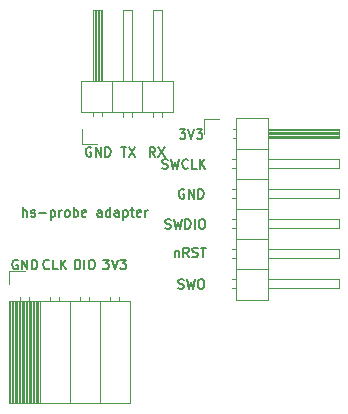
<source format=gbr>
%TF.GenerationSoftware,KiCad,Pcbnew,6.0.0*%
%TF.CreationDate,2022-01-23T14:48:09+02:00*%
%TF.ProjectId,hs-probe-adapter,68732d70-726f-4626-952d-616461707465,rev?*%
%TF.SameCoordinates,Original*%
%TF.FileFunction,Legend,Top*%
%TF.FilePolarity,Positive*%
%FSLAX46Y46*%
G04 Gerber Fmt 4.6, Leading zero omitted, Abs format (unit mm)*
G04 Created by KiCad (PCBNEW 6.0.0) date 2022-01-23 14:48:09*
%MOMM*%
%LPD*%
G01*
G04 APERTURE LIST*
%ADD10C,0.150000*%
%ADD11C,0.120000*%
G04 APERTURE END LIST*
D10*
X38703904Y-49637904D02*
X38703904Y-48837904D01*
X39046761Y-49637904D02*
X39046761Y-49218857D01*
X39008666Y-49142666D01*
X38932476Y-49104571D01*
X38818190Y-49104571D01*
X38741999Y-49142666D01*
X38703904Y-49180761D01*
X39389619Y-49599809D02*
X39465809Y-49637904D01*
X39618190Y-49637904D01*
X39694380Y-49599809D01*
X39732476Y-49523619D01*
X39732476Y-49485523D01*
X39694380Y-49409333D01*
X39618190Y-49371238D01*
X39503904Y-49371238D01*
X39427714Y-49333142D01*
X39389619Y-49256952D01*
X39389619Y-49218857D01*
X39427714Y-49142666D01*
X39503904Y-49104571D01*
X39618190Y-49104571D01*
X39694380Y-49142666D01*
X40075333Y-49333142D02*
X40684857Y-49333142D01*
X41065809Y-49104571D02*
X41065809Y-49904571D01*
X41065809Y-49142666D02*
X41141999Y-49104571D01*
X41294380Y-49104571D01*
X41370571Y-49142666D01*
X41408666Y-49180761D01*
X41446761Y-49256952D01*
X41446761Y-49485523D01*
X41408666Y-49561714D01*
X41370571Y-49599809D01*
X41294380Y-49637904D01*
X41141999Y-49637904D01*
X41065809Y-49599809D01*
X41789619Y-49637904D02*
X41789619Y-49104571D01*
X41789619Y-49256952D02*
X41827714Y-49180761D01*
X41865809Y-49142666D01*
X41941999Y-49104571D01*
X42018190Y-49104571D01*
X42399142Y-49637904D02*
X42322952Y-49599809D01*
X42284857Y-49561714D01*
X42246761Y-49485523D01*
X42246761Y-49256952D01*
X42284857Y-49180761D01*
X42322952Y-49142666D01*
X42399142Y-49104571D01*
X42513428Y-49104571D01*
X42589619Y-49142666D01*
X42627714Y-49180761D01*
X42665809Y-49256952D01*
X42665809Y-49485523D01*
X42627714Y-49561714D01*
X42589619Y-49599809D01*
X42513428Y-49637904D01*
X42399142Y-49637904D01*
X43008666Y-49637904D02*
X43008666Y-48837904D01*
X43008666Y-49142666D02*
X43084857Y-49104571D01*
X43237238Y-49104571D01*
X43313428Y-49142666D01*
X43351523Y-49180761D01*
X43389619Y-49256952D01*
X43389619Y-49485523D01*
X43351523Y-49561714D01*
X43313428Y-49599809D01*
X43237238Y-49637904D01*
X43084857Y-49637904D01*
X43008666Y-49599809D01*
X44037238Y-49599809D02*
X43961047Y-49637904D01*
X43808666Y-49637904D01*
X43732476Y-49599809D01*
X43694380Y-49523619D01*
X43694380Y-49218857D01*
X43732476Y-49142666D01*
X43808666Y-49104571D01*
X43961047Y-49104571D01*
X44037238Y-49142666D01*
X44075333Y-49218857D01*
X44075333Y-49295047D01*
X43694380Y-49371238D01*
X45370571Y-49637904D02*
X45370571Y-49218857D01*
X45332476Y-49142666D01*
X45256285Y-49104571D01*
X45103904Y-49104571D01*
X45027714Y-49142666D01*
X45370571Y-49599809D02*
X45294380Y-49637904D01*
X45103904Y-49637904D01*
X45027714Y-49599809D01*
X44989619Y-49523619D01*
X44989619Y-49447428D01*
X45027714Y-49371238D01*
X45103904Y-49333142D01*
X45294380Y-49333142D01*
X45370571Y-49295047D01*
X46094380Y-49637904D02*
X46094380Y-48837904D01*
X46094380Y-49599809D02*
X46018190Y-49637904D01*
X45865809Y-49637904D01*
X45789619Y-49599809D01*
X45751523Y-49561714D01*
X45713428Y-49485523D01*
X45713428Y-49256952D01*
X45751523Y-49180761D01*
X45789619Y-49142666D01*
X45865809Y-49104571D01*
X46018190Y-49104571D01*
X46094380Y-49142666D01*
X46818190Y-49637904D02*
X46818190Y-49218857D01*
X46780095Y-49142666D01*
X46703904Y-49104571D01*
X46551523Y-49104571D01*
X46475333Y-49142666D01*
X46818190Y-49599809D02*
X46741999Y-49637904D01*
X46551523Y-49637904D01*
X46475333Y-49599809D01*
X46437238Y-49523619D01*
X46437238Y-49447428D01*
X46475333Y-49371238D01*
X46551523Y-49333142D01*
X46741999Y-49333142D01*
X46818190Y-49295047D01*
X47199142Y-49104571D02*
X47199142Y-49904571D01*
X47199142Y-49142666D02*
X47275333Y-49104571D01*
X47427714Y-49104571D01*
X47503904Y-49142666D01*
X47541999Y-49180761D01*
X47580095Y-49256952D01*
X47580095Y-49485523D01*
X47541999Y-49561714D01*
X47503904Y-49599809D01*
X47427714Y-49637904D01*
X47275333Y-49637904D01*
X47199142Y-49599809D01*
X47808666Y-49104571D02*
X48113428Y-49104571D01*
X47922952Y-48837904D02*
X47922952Y-49523619D01*
X47961047Y-49599809D01*
X48037238Y-49637904D01*
X48113428Y-49637904D01*
X48684857Y-49599809D02*
X48608666Y-49637904D01*
X48456285Y-49637904D01*
X48380095Y-49599809D01*
X48341999Y-49523619D01*
X48341999Y-49218857D01*
X48380095Y-49142666D01*
X48456285Y-49104571D01*
X48608666Y-49104571D01*
X48684857Y-49142666D01*
X48722952Y-49218857D01*
X48722952Y-49295047D01*
X48341999Y-49371238D01*
X49065809Y-49637904D02*
X49065809Y-49104571D01*
X49065809Y-49256952D02*
X49103904Y-49180761D01*
X49141999Y-49142666D01*
X49218190Y-49104571D01*
X49294380Y-49104571D01*
X52349476Y-47352000D02*
X52273285Y-47313904D01*
X52159000Y-47313904D01*
X52044714Y-47352000D01*
X51968523Y-47428190D01*
X51930428Y-47504380D01*
X51892333Y-47656761D01*
X51892333Y-47771047D01*
X51930428Y-47923428D01*
X51968523Y-47999619D01*
X52044714Y-48075809D01*
X52159000Y-48113904D01*
X52235190Y-48113904D01*
X52349476Y-48075809D01*
X52387571Y-48037714D01*
X52387571Y-47771047D01*
X52235190Y-47771047D01*
X52730428Y-48113904D02*
X52730428Y-47313904D01*
X53187571Y-48113904D01*
X53187571Y-47313904D01*
X53568523Y-48113904D02*
X53568523Y-47313904D01*
X53759000Y-47313904D01*
X53873285Y-47352000D01*
X53949476Y-47428190D01*
X53987571Y-47504380D01*
X54025666Y-47656761D01*
X54025666Y-47771047D01*
X53987571Y-47923428D01*
X53949476Y-47999619D01*
X53873285Y-48075809D01*
X53759000Y-48113904D01*
X53568523Y-48113904D01*
X51854238Y-55695809D02*
X51968523Y-55733904D01*
X52159000Y-55733904D01*
X52235190Y-55695809D01*
X52273285Y-55657714D01*
X52311380Y-55581523D01*
X52311380Y-55505333D01*
X52273285Y-55429142D01*
X52235190Y-55391047D01*
X52159000Y-55352952D01*
X52006619Y-55314857D01*
X51930428Y-55276761D01*
X51892333Y-55238666D01*
X51854238Y-55162476D01*
X51854238Y-55086285D01*
X51892333Y-55010095D01*
X51930428Y-54972000D01*
X52006619Y-54933904D01*
X52197095Y-54933904D01*
X52311380Y-54972000D01*
X52578047Y-54933904D02*
X52768523Y-55733904D01*
X52920904Y-55162476D01*
X53073285Y-55733904D01*
X53263761Y-54933904D01*
X53720904Y-54933904D02*
X53873285Y-54933904D01*
X53949476Y-54972000D01*
X54025666Y-55048190D01*
X54063761Y-55200571D01*
X54063761Y-55467238D01*
X54025666Y-55619619D01*
X53949476Y-55695809D01*
X53873285Y-55733904D01*
X53720904Y-55733904D01*
X53644714Y-55695809D01*
X53568523Y-55619619D01*
X53530428Y-55467238D01*
X53530428Y-55200571D01*
X53568523Y-55048190D01*
X53644714Y-54972000D01*
X53720904Y-54933904D01*
X51574857Y-52533571D02*
X51574857Y-53066904D01*
X51574857Y-52609761D02*
X51612952Y-52571666D01*
X51689142Y-52533571D01*
X51803428Y-52533571D01*
X51879619Y-52571666D01*
X51917714Y-52647857D01*
X51917714Y-53066904D01*
X52755809Y-53066904D02*
X52489142Y-52685952D01*
X52298666Y-53066904D02*
X52298666Y-52266904D01*
X52603428Y-52266904D01*
X52679619Y-52305000D01*
X52717714Y-52343095D01*
X52755809Y-52419285D01*
X52755809Y-52533571D01*
X52717714Y-52609761D01*
X52679619Y-52647857D01*
X52603428Y-52685952D01*
X52298666Y-52685952D01*
X53060571Y-53028809D02*
X53174857Y-53066904D01*
X53365333Y-53066904D01*
X53441523Y-53028809D01*
X53479619Y-52990714D01*
X53517714Y-52914523D01*
X53517714Y-52838333D01*
X53479619Y-52762142D01*
X53441523Y-52724047D01*
X53365333Y-52685952D01*
X53212952Y-52647857D01*
X53136761Y-52609761D01*
X53098666Y-52571666D01*
X53060571Y-52495476D01*
X53060571Y-52419285D01*
X53098666Y-52343095D01*
X53136761Y-52305000D01*
X53212952Y-52266904D01*
X53403428Y-52266904D01*
X53517714Y-52305000D01*
X53746285Y-52266904D02*
X54203428Y-52266904D01*
X53974857Y-53066904D02*
X53974857Y-52266904D01*
X50755761Y-50615809D02*
X50870047Y-50653904D01*
X51060523Y-50653904D01*
X51136714Y-50615809D01*
X51174809Y-50577714D01*
X51212904Y-50501523D01*
X51212904Y-50425333D01*
X51174809Y-50349142D01*
X51136714Y-50311047D01*
X51060523Y-50272952D01*
X50908142Y-50234857D01*
X50831952Y-50196761D01*
X50793857Y-50158666D01*
X50755761Y-50082476D01*
X50755761Y-50006285D01*
X50793857Y-49930095D01*
X50831952Y-49892000D01*
X50908142Y-49853904D01*
X51098619Y-49853904D01*
X51212904Y-49892000D01*
X51479571Y-49853904D02*
X51670047Y-50653904D01*
X51822428Y-50082476D01*
X51974809Y-50653904D01*
X52165285Y-49853904D01*
X52470047Y-50653904D02*
X52470047Y-49853904D01*
X52660523Y-49853904D01*
X52774809Y-49892000D01*
X52851000Y-49968190D01*
X52889095Y-50044380D01*
X52927190Y-50196761D01*
X52927190Y-50311047D01*
X52889095Y-50463428D01*
X52851000Y-50539619D01*
X52774809Y-50615809D01*
X52660523Y-50653904D01*
X52470047Y-50653904D01*
X53270047Y-50653904D02*
X53270047Y-49853904D01*
X53803380Y-49853904D02*
X53955761Y-49853904D01*
X54031952Y-49892000D01*
X54108142Y-49968190D01*
X54146238Y-50120571D01*
X54146238Y-50387238D01*
X54108142Y-50539619D01*
X54031952Y-50615809D01*
X53955761Y-50653904D01*
X53803380Y-50653904D01*
X53727190Y-50615809D01*
X53651000Y-50539619D01*
X53612904Y-50387238D01*
X53612904Y-50120571D01*
X53651000Y-49968190D01*
X53727190Y-49892000D01*
X53803380Y-49853904D01*
X50514476Y-45535809D02*
X50628761Y-45573904D01*
X50819238Y-45573904D01*
X50895428Y-45535809D01*
X50933523Y-45497714D01*
X50971619Y-45421523D01*
X50971619Y-45345333D01*
X50933523Y-45269142D01*
X50895428Y-45231047D01*
X50819238Y-45192952D01*
X50666857Y-45154857D01*
X50590666Y-45116761D01*
X50552571Y-45078666D01*
X50514476Y-45002476D01*
X50514476Y-44926285D01*
X50552571Y-44850095D01*
X50590666Y-44812000D01*
X50666857Y-44773904D01*
X50857333Y-44773904D01*
X50971619Y-44812000D01*
X51238285Y-44773904D02*
X51428761Y-45573904D01*
X51581142Y-45002476D01*
X51733523Y-45573904D01*
X51924000Y-44773904D01*
X52685904Y-45497714D02*
X52647809Y-45535809D01*
X52533523Y-45573904D01*
X52457333Y-45573904D01*
X52343047Y-45535809D01*
X52266857Y-45459619D01*
X52228761Y-45383428D01*
X52190666Y-45231047D01*
X52190666Y-45116761D01*
X52228761Y-44964380D01*
X52266857Y-44888190D01*
X52343047Y-44812000D01*
X52457333Y-44773904D01*
X52533523Y-44773904D01*
X52647809Y-44812000D01*
X52685904Y-44850095D01*
X53409714Y-45573904D02*
X53028761Y-45573904D01*
X53028761Y-44773904D01*
X53676380Y-45573904D02*
X53676380Y-44773904D01*
X54133523Y-45573904D02*
X53790666Y-45116761D01*
X54133523Y-44773904D02*
X53676380Y-45231047D01*
X51968523Y-42233904D02*
X52463761Y-42233904D01*
X52197095Y-42538666D01*
X52311380Y-42538666D01*
X52387571Y-42576761D01*
X52425666Y-42614857D01*
X52463761Y-42691047D01*
X52463761Y-42881523D01*
X52425666Y-42957714D01*
X52387571Y-42995809D01*
X52311380Y-43033904D01*
X52082809Y-43033904D01*
X52006619Y-42995809D01*
X51968523Y-42957714D01*
X52692333Y-42233904D02*
X52959000Y-43033904D01*
X53225666Y-42233904D01*
X53416142Y-42233904D02*
X53911380Y-42233904D01*
X53644714Y-42538666D01*
X53759000Y-42538666D01*
X53835190Y-42576761D01*
X53873285Y-42614857D01*
X53911380Y-42691047D01*
X53911380Y-42881523D01*
X53873285Y-42957714D01*
X53835190Y-42995809D01*
X53759000Y-43033904D01*
X53530428Y-43033904D01*
X53454238Y-42995809D01*
X53416142Y-42957714D01*
X38252476Y-53321000D02*
X38176285Y-53282904D01*
X38062000Y-53282904D01*
X37947714Y-53321000D01*
X37871523Y-53397190D01*
X37833428Y-53473380D01*
X37795333Y-53625761D01*
X37795333Y-53740047D01*
X37833428Y-53892428D01*
X37871523Y-53968619D01*
X37947714Y-54044809D01*
X38062000Y-54082904D01*
X38138190Y-54082904D01*
X38252476Y-54044809D01*
X38290571Y-54006714D01*
X38290571Y-53740047D01*
X38138190Y-53740047D01*
X38633428Y-54082904D02*
X38633428Y-53282904D01*
X39090571Y-54082904D01*
X39090571Y-53282904D01*
X39471523Y-54082904D02*
X39471523Y-53282904D01*
X39662000Y-53282904D01*
X39776285Y-53321000D01*
X39852476Y-53397190D01*
X39890571Y-53473380D01*
X39928666Y-53625761D01*
X39928666Y-53740047D01*
X39890571Y-53892428D01*
X39852476Y-53968619D01*
X39776285Y-54044809D01*
X39662000Y-54082904D01*
X39471523Y-54082904D01*
X40925809Y-54006714D02*
X40887714Y-54044809D01*
X40773428Y-54082904D01*
X40697238Y-54082904D01*
X40582952Y-54044809D01*
X40506761Y-53968619D01*
X40468666Y-53892428D01*
X40430571Y-53740047D01*
X40430571Y-53625761D01*
X40468666Y-53473380D01*
X40506761Y-53397190D01*
X40582952Y-53321000D01*
X40697238Y-53282904D01*
X40773428Y-53282904D01*
X40887714Y-53321000D01*
X40925809Y-53359095D01*
X41649619Y-54082904D02*
X41268666Y-54082904D01*
X41268666Y-53282904D01*
X41916285Y-54082904D02*
X41916285Y-53282904D01*
X42373428Y-54082904D02*
X42030571Y-53625761D01*
X42373428Y-53282904D02*
X41916285Y-53740047D01*
X43122952Y-54082904D02*
X43122952Y-53282904D01*
X43313428Y-53282904D01*
X43427714Y-53321000D01*
X43503904Y-53397190D01*
X43542000Y-53473380D01*
X43580095Y-53625761D01*
X43580095Y-53740047D01*
X43542000Y-53892428D01*
X43503904Y-53968619D01*
X43427714Y-54044809D01*
X43313428Y-54082904D01*
X43122952Y-54082904D01*
X43922952Y-54082904D02*
X43922952Y-53282904D01*
X44456285Y-53282904D02*
X44608666Y-53282904D01*
X44684857Y-53321000D01*
X44761047Y-53397190D01*
X44799142Y-53549571D01*
X44799142Y-53816238D01*
X44761047Y-53968619D01*
X44684857Y-54044809D01*
X44608666Y-54082904D01*
X44456285Y-54082904D01*
X44380095Y-54044809D01*
X44303904Y-53968619D01*
X44265809Y-53816238D01*
X44265809Y-53549571D01*
X44303904Y-53397190D01*
X44380095Y-53321000D01*
X44456285Y-53282904D01*
X45491523Y-53282904D02*
X45986761Y-53282904D01*
X45720095Y-53587666D01*
X45834380Y-53587666D01*
X45910571Y-53625761D01*
X45948666Y-53663857D01*
X45986761Y-53740047D01*
X45986761Y-53930523D01*
X45948666Y-54006714D01*
X45910571Y-54044809D01*
X45834380Y-54082904D01*
X45605809Y-54082904D01*
X45529619Y-54044809D01*
X45491523Y-54006714D01*
X46215333Y-53282904D02*
X46482000Y-54082904D01*
X46748666Y-53282904D01*
X46939142Y-53282904D02*
X47434380Y-53282904D01*
X47167714Y-53587666D01*
X47282000Y-53587666D01*
X47358190Y-53625761D01*
X47396285Y-53663857D01*
X47434380Y-53740047D01*
X47434380Y-53930523D01*
X47396285Y-54006714D01*
X47358190Y-54044809D01*
X47282000Y-54082904D01*
X47053428Y-54082904D01*
X46977238Y-54044809D01*
X46939142Y-54006714D01*
X44475476Y-43796000D02*
X44399285Y-43757904D01*
X44285000Y-43757904D01*
X44170714Y-43796000D01*
X44094523Y-43872190D01*
X44056428Y-43948380D01*
X44018333Y-44100761D01*
X44018333Y-44215047D01*
X44056428Y-44367428D01*
X44094523Y-44443619D01*
X44170714Y-44519809D01*
X44285000Y-44557904D01*
X44361190Y-44557904D01*
X44475476Y-44519809D01*
X44513571Y-44481714D01*
X44513571Y-44215047D01*
X44361190Y-44215047D01*
X44856428Y-44557904D02*
X44856428Y-43757904D01*
X45313571Y-44557904D01*
X45313571Y-43757904D01*
X45694523Y-44557904D02*
X45694523Y-43757904D01*
X45885000Y-43757904D01*
X45999285Y-43796000D01*
X46075476Y-43872190D01*
X46113571Y-43948380D01*
X46151666Y-44100761D01*
X46151666Y-44215047D01*
X46113571Y-44367428D01*
X46075476Y-44443619D01*
X45999285Y-44519809D01*
X45885000Y-44557904D01*
X45694523Y-44557904D01*
X49904666Y-44557904D02*
X49638000Y-44176952D01*
X49447523Y-44557904D02*
X49447523Y-43757904D01*
X49752285Y-43757904D01*
X49828476Y-43796000D01*
X49866571Y-43834095D01*
X49904666Y-43910285D01*
X49904666Y-44024571D01*
X49866571Y-44100761D01*
X49828476Y-44138857D01*
X49752285Y-44176952D01*
X49447523Y-44176952D01*
X50171333Y-43757904D02*
X50704666Y-44557904D01*
X50704666Y-43757904D02*
X50171333Y-44557904D01*
X47015476Y-43757904D02*
X47472619Y-43757904D01*
X47244047Y-44557904D02*
X47244047Y-43757904D01*
X47663095Y-43757904D02*
X48196428Y-44557904D01*
X48196428Y-43757904D02*
X47663095Y-44557904D01*
D11*
%TO.C,J3*%
X49700012Y-32150004D02*
X50460012Y-32150004D01*
X44620012Y-32150004D02*
X45380012Y-32150004D01*
X45280012Y-38150004D02*
X45280012Y-32150004D01*
X51410012Y-40810004D02*
X51410012Y-38150004D01*
X50460012Y-41207075D02*
X50460012Y-40810004D01*
X47160012Y-38150004D02*
X47160012Y-32150004D01*
X48810012Y-40810004D02*
X48810012Y-38150004D01*
X47160012Y-41207075D02*
X47160012Y-40810004D01*
X44920012Y-38150004D02*
X44920012Y-32150004D01*
X51410012Y-38150004D02*
X43670012Y-38150004D01*
X43670012Y-38150004D02*
X43670012Y-40810004D01*
X49700012Y-41207075D02*
X49700012Y-40810004D01*
X44620012Y-38150004D02*
X44620012Y-32150004D01*
X47920012Y-41207075D02*
X47920012Y-40810004D01*
X45160012Y-38150004D02*
X45160012Y-32150004D01*
X45380012Y-32150004D02*
X45380012Y-38150004D01*
X45000012Y-43520004D02*
X43730012Y-43520004D01*
X43670012Y-40810004D02*
X51410012Y-40810004D01*
X46270012Y-40810004D02*
X46270012Y-38150004D01*
X44620012Y-41140004D02*
X44620012Y-40810004D01*
X43730012Y-43520004D02*
X43730012Y-42250004D01*
X45380012Y-41140004D02*
X45380012Y-40810004D01*
X47920012Y-32150004D02*
X47920012Y-38150004D01*
X45040012Y-38150004D02*
X45040012Y-32150004D01*
X44680012Y-38150004D02*
X44680012Y-32150004D01*
X49700012Y-38150004D02*
X49700012Y-32150004D01*
X44800012Y-38150004D02*
X44800012Y-32150004D01*
X50460012Y-32150004D02*
X50460012Y-38150004D01*
X47160012Y-32150004D02*
X47920012Y-32150004D01*
%TO.C,J5*%
X37532000Y-65462000D02*
X47812000Y-65462000D01*
X47812000Y-65462000D02*
X47812000Y-56832000D01*
X37888190Y-65462000D02*
X37888190Y-56832000D01*
X38242475Y-65462000D02*
X38242475Y-56832000D01*
X40013900Y-65462000D02*
X40013900Y-56832000D01*
X39659615Y-65462000D02*
X39659615Y-56832000D01*
X39423425Y-65462000D02*
X39423425Y-56832000D01*
X39541520Y-65462000D02*
X39541520Y-56832000D01*
X38006285Y-65462000D02*
X38006285Y-56832000D01*
X39895805Y-65462000D02*
X39895805Y-56832000D01*
X37532000Y-54262000D02*
X38862000Y-54262000D01*
X38502000Y-56832000D02*
X38502000Y-56482000D01*
X37770095Y-65462000D02*
X37770095Y-56832000D01*
X38478665Y-65462000D02*
X38478665Y-56832000D01*
X41762000Y-56832000D02*
X41762000Y-56422000D01*
X45212000Y-65462000D02*
X45212000Y-56832000D01*
X46122000Y-56832000D02*
X46122000Y-56422000D01*
X40132000Y-65462000D02*
X40132000Y-56832000D01*
X39069140Y-65462000D02*
X39069140Y-56832000D01*
X46842000Y-56832000D02*
X46842000Y-56422000D01*
X42672000Y-65462000D02*
X42672000Y-56832000D01*
X38832950Y-65462000D02*
X38832950Y-56832000D01*
X39777710Y-65462000D02*
X39777710Y-56832000D01*
X38596760Y-65462000D02*
X38596760Y-56832000D01*
X44302000Y-56832000D02*
X44302000Y-56422000D01*
X37532000Y-55372000D02*
X37532000Y-54262000D01*
X39187235Y-65462000D02*
X39187235Y-56832000D01*
X38124380Y-65462000D02*
X38124380Y-56832000D01*
X43582000Y-56832000D02*
X43582000Y-56422000D01*
X38360570Y-65462000D02*
X38360570Y-56832000D01*
X37652000Y-65462000D02*
X37652000Y-56832000D01*
X37532000Y-65462000D02*
X37532000Y-56832000D01*
X39305330Y-65462000D02*
X39305330Y-56832000D01*
X38951045Y-65462000D02*
X38951045Y-56832000D01*
X39222000Y-56832000D02*
X39222000Y-56482000D01*
X38714855Y-65462000D02*
X38714855Y-56832000D01*
X37532000Y-56832000D02*
X47812000Y-56832000D01*
X41042000Y-56832000D02*
X41042000Y-56422000D01*
%TO.C,J4*%
X59450000Y-52430000D02*
X65450000Y-52430000D01*
X56790000Y-51540000D02*
X59450000Y-51540000D01*
X65450000Y-53190000D02*
X59450000Y-53190000D01*
X59450000Y-47350000D02*
X65450000Y-47350000D01*
X59450000Y-42570000D02*
X65450000Y-42570000D01*
X56460000Y-43030000D02*
X56790000Y-43030000D01*
X65450000Y-45570000D02*
X59450000Y-45570000D01*
X65450000Y-42270000D02*
X65450000Y-43030000D01*
X59450000Y-41320000D02*
X56790000Y-41320000D01*
X56392929Y-49890000D02*
X56790000Y-49890000D01*
X56392929Y-53190000D02*
X56790000Y-53190000D01*
X59450000Y-44810000D02*
X65450000Y-44810000D01*
X59450000Y-42810000D02*
X65450000Y-42810000D01*
X56392929Y-47350000D02*
X56790000Y-47350000D01*
X56392929Y-50650000D02*
X56790000Y-50650000D01*
X65450000Y-52430000D02*
X65450000Y-53190000D01*
X56392929Y-45570000D02*
X56790000Y-45570000D01*
X65450000Y-50650000D02*
X59450000Y-50650000D01*
X65450000Y-55730000D02*
X59450000Y-55730000D01*
X59450000Y-42330000D02*
X65450000Y-42330000D01*
X56790000Y-41320000D02*
X56790000Y-56680000D01*
X59450000Y-49890000D02*
X65450000Y-49890000D01*
X65450000Y-48110000D02*
X59450000Y-48110000D01*
X54080000Y-41380000D02*
X55350000Y-41380000D01*
X59450000Y-42270000D02*
X65450000Y-42270000D01*
X59450000Y-42690000D02*
X65450000Y-42690000D01*
X65450000Y-47350000D02*
X65450000Y-48110000D01*
X56790000Y-46460000D02*
X59450000Y-46460000D01*
X56790000Y-56680000D02*
X59450000Y-56680000D01*
X65450000Y-49890000D02*
X65450000Y-50650000D01*
X56392929Y-52430000D02*
X56790000Y-52430000D01*
X59450000Y-42450000D02*
X65450000Y-42450000D01*
X65450000Y-54970000D02*
X65450000Y-55730000D01*
X65450000Y-43030000D02*
X59450000Y-43030000D01*
X56392929Y-48110000D02*
X56790000Y-48110000D01*
X56392929Y-54970000D02*
X56790000Y-54970000D01*
X56790000Y-43920000D02*
X59450000Y-43920000D01*
X59450000Y-56680000D02*
X59450000Y-41320000D01*
X56790000Y-49000000D02*
X59450000Y-49000000D01*
X56392929Y-44810000D02*
X56790000Y-44810000D01*
X54080000Y-42650000D02*
X54080000Y-41380000D01*
X65450000Y-44810000D02*
X65450000Y-45570000D01*
X56460000Y-42270000D02*
X56790000Y-42270000D01*
X59450000Y-42930000D02*
X65450000Y-42930000D01*
X56790000Y-54080000D02*
X59450000Y-54080000D01*
X59450000Y-54970000D02*
X65450000Y-54970000D01*
X56392929Y-55730000D02*
X56790000Y-55730000D01*
%TD*%
M02*

</source>
